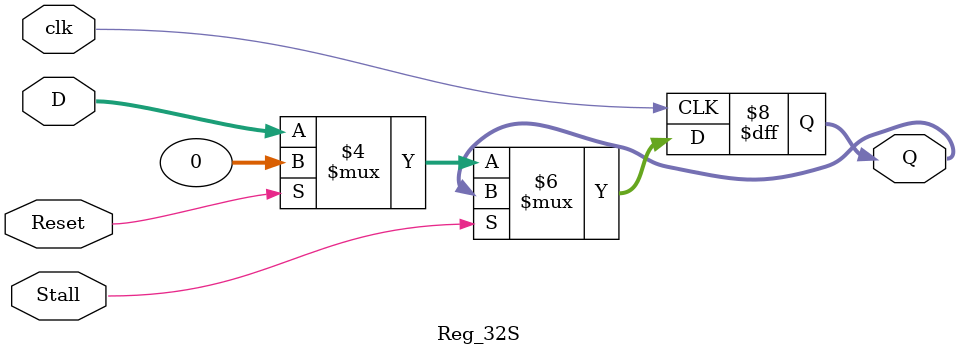
<source format=v>
`timescale 1ns / 1ps
module Reg_32S(
    input [31:0] D,
    input Stall,
    output reg [31:0] Q,
    input clk,
    input Reset
    );
	always @(posedge clk)
        if (Stall==0)
		    if (Reset)
			    Q <= 0;
		    else
			    Q <= D;
endmodule
</source>
